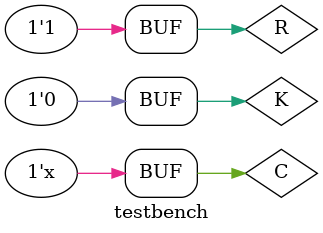
<source format=v>
`default_nettype none
`timescale 1 ns / 1 ns

  
module testbench();
	
reg R, C, AR, AY, AG, K, PR, PG;	   


lights ligInst ( .RST(R), .CLOCK(C), .KEY(K), .P_R(PR), .P_G(PG), .A_R(AR), .A_Y(AY), .A_G(AG));

		   

initial begin
		R=0;
	#20 R=1;
end


initial begin
		K=0;
	#30 K=1;
	#20 K=0;	
end


initial begin
	   C=0;
end


always #2 C = ~C;



endmodule	


</source>
